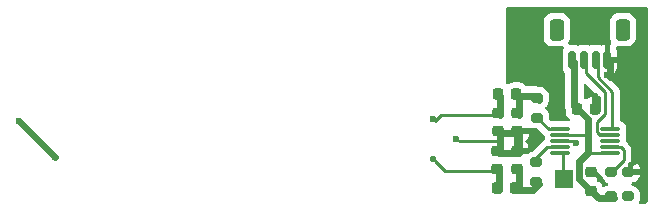
<source format=gbr>
%TF.GenerationSoftware,KiCad,Pcbnew,8.0.8*%
%TF.CreationDate,2025-04-16T18:52:08+01:00*%
%TF.ProjectId,Front_panel_Tx,46726f6e-745f-4706-916e-656c5f54782e,rev?*%
%TF.SameCoordinates,Original*%
%TF.FileFunction,Copper,L1,Top*%
%TF.FilePolarity,Positive*%
%FSLAX46Y46*%
G04 Gerber Fmt 4.6, Leading zero omitted, Abs format (unit mm)*
G04 Created by KiCad (PCBNEW 8.0.8) date 2025-04-16 18:52:08*
%MOMM*%
%LPD*%
G01*
G04 APERTURE LIST*
G04 Aperture macros list*
%AMRoundRect*
0 Rectangle with rounded corners*
0 $1 Rounding radius*
0 $2 $3 $4 $5 $6 $7 $8 $9 X,Y pos of 4 corners*
0 Add a 4 corners polygon primitive as box body*
4,1,4,$2,$3,$4,$5,$6,$7,$8,$9,$2,$3,0*
0 Add four circle primitives for the rounded corners*
1,1,$1+$1,$2,$3*
1,1,$1+$1,$4,$5*
1,1,$1+$1,$6,$7*
1,1,$1+$1,$8,$9*
0 Add four rect primitives between the rounded corners*
20,1,$1+$1,$2,$3,$4,$5,0*
20,1,$1+$1,$4,$5,$6,$7,0*
20,1,$1+$1,$6,$7,$8,$9,0*
20,1,$1+$1,$8,$9,$2,$3,0*%
%AMFreePoly0*
4,1,19,0.150000,0.259808,0.229813,0.192836,0.281908,0.102606,0.300000,0.000000,0.281908,-0.102606,0.229813,-0.192836,0.150000,-0.259808,0.052094,-0.295442,-0.052094,-0.295442,-0.150000,-0.259808,-0.229813,-0.192836,-0.281908,-0.102606,-0.300000,0.000000,-0.281908,0.102606,-0.229813,0.192836,-0.150000,0.259808,-0.052094,0.295442,0.052094,0.295442,0.150000,0.259808,0.150000,0.259808,
$1*%
G04 Aperture macros list end*
%TA.AperFunction,EtchedComponent*%
%ADD10C,0.600000*%
%TD*%
%TA.AperFunction,SMDPad,CuDef*%
%ADD11RoundRect,0.225000X-0.225000X-0.250000X0.225000X-0.250000X0.225000X0.250000X-0.225000X0.250000X0*%
%TD*%
%TA.AperFunction,SMDPad,CuDef*%
%ADD12RoundRect,0.087500X0.725000X0.087500X-0.725000X0.087500X-0.725000X-0.087500X0.725000X-0.087500X0*%
%TD*%
%TA.AperFunction,SMDPad,CuDef*%
%ADD13RoundRect,0.225000X0.250000X-0.225000X0.250000X0.225000X-0.250000X0.225000X-0.250000X-0.225000X0*%
%TD*%
%TA.AperFunction,SMDPad,CuDef*%
%ADD14RoundRect,0.225000X-0.250000X0.225000X-0.250000X-0.225000X0.250000X-0.225000X0.250000X0.225000X0*%
%TD*%
%TA.AperFunction,SMDPad,CuDef*%
%ADD15RoundRect,0.200000X0.300000X0.200000X-0.300000X0.200000X-0.300000X-0.200000X0.300000X-0.200000X0*%
%TD*%
%TA.AperFunction,SMDPad,CuDef*%
%ADD16RoundRect,0.250000X-0.350000X-0.650000X0.350000X-0.650000X0.350000X0.650000X-0.350000X0.650000X0*%
%TD*%
%TA.AperFunction,SMDPad,CuDef*%
%ADD17RoundRect,0.150000X-0.150000X-0.625000X0.150000X-0.625000X0.150000X0.625000X-0.150000X0.625000X0*%
%TD*%
%TA.AperFunction,SMDPad,CuDef*%
%ADD18RoundRect,0.218750X0.218750X0.256250X-0.218750X0.256250X-0.218750X-0.256250X0.218750X-0.256250X0*%
%TD*%
%TA.AperFunction,SMDPad,CuDef*%
%ADD19RoundRect,0.200000X0.275000X-0.200000X0.275000X0.200000X-0.275000X0.200000X-0.275000X-0.200000X0*%
%TD*%
%TA.AperFunction,SMDPad,CuDef*%
%ADD20RoundRect,0.200000X-0.275000X0.200000X-0.275000X-0.200000X0.275000X-0.200000X0.275000X0.200000X0*%
%TD*%
%TA.AperFunction,SMDPad,CuDef*%
%ADD21R,1.500000X1.500000*%
%TD*%
%TA.AperFunction,ComponentPad*%
%ADD22C,0.600000*%
%TD*%
%TA.AperFunction,ComponentPad*%
%ADD23FreePoly0,270.000000*%
%TD*%
%TA.AperFunction,ViaPad*%
%ADD24C,0.600000*%
%TD*%
%TA.AperFunction,Conductor*%
%ADD25C,0.600000*%
%TD*%
%TA.AperFunction,Conductor*%
%ADD26C,0.250000*%
%TD*%
%TA.AperFunction,Conductor*%
%ADD27C,0.400000*%
%TD*%
G04 APERTURE END LIST*
D10*
%TO.C,ANT1*%
X104089600Y-68375600D02*
X107089600Y-71375600D01*
%TD*%
D11*
%TO.P,C2,2*%
%TO.N,GND*%
X152845000Y-67300000D03*
%TO.P,C2,1*%
%TO.N,+3.3V*%
X151295000Y-67300000D03*
%TD*%
D12*
%TO.P,Y1,10,CLK0*%
%TO.N,Net-(J2-Pin_1)*%
X149890000Y-71030000D03*
%TO.P,Y1,9,CLK1*%
%TO.N,Net-(Y1-CLK1)*%
X149890000Y-70530000D03*
%TO.P,Y1,8,GND*%
%TO.N,GND*%
X149890000Y-70030000D03*
%TO.P,Y1,7,VDDO*%
%TO.N,+3.3V*%
X149890000Y-69530000D03*
%TO.P,Y1,6,CLK2*%
%TO.N,Net-(Y1-CLK2)*%
X149890000Y-69030000D03*
%TO.P,Y1,5,SDA*%
%TO.N,Net-(J1-Pin_3)*%
X154115000Y-69030000D03*
%TO.P,Y1,4,SCL*%
%TO.N,Net-(J1-Pin_2)*%
X154115000Y-69530000D03*
%TO.P,Y1,3,XB*%
%TO.N,unconnected-(Y1-XB-Pad3)*%
X154115000Y-70030000D03*
%TO.P,Y1,2,XA*%
%TO.N,Net-(Y1-XA)*%
X154115000Y-70530000D03*
%TO.P,Y1,1,VDD*%
%TO.N,+3.3V*%
X154115000Y-71030000D03*
%TD*%
D13*
%TO.P,C1,2*%
%TO.N,GND*%
X152480000Y-72695000D03*
%TO.P,C1,1*%
%TO.N,+3.3V*%
X152480000Y-74245000D03*
%TD*%
D14*
%TO.P,C3,2*%
%TO.N,GND*%
X144570000Y-69215000D03*
%TO.P,C3,1*%
%TO.N,Net-(ANT1-L1)*%
X144570000Y-67665000D03*
%TD*%
D15*
%TO.P,Y2,4,Vcc*%
%TO.N,+3.3V*%
X154210000Y-74740000D03*
%TO.P,Y2,3,OUT*%
%TO.N,Net-(Y1-XA)*%
X154210000Y-72640000D03*
%TO.P,Y2,2,GND*%
%TO.N,GND*%
X155610000Y-72640000D03*
%TO.P,Y2,1,NC*%
%TO.N,unconnected-(Y2-NC-Pad1)*%
X155610000Y-74740000D03*
%TD*%
D16*
%TO.P,J1,MP*%
%TO.N,N/C*%
X155180000Y-60630000D03*
X149580000Y-60630000D03*
D17*
%TO.P,J1,4,Pin_4*%
%TO.N,GND*%
X153880000Y-63155000D03*
%TO.P,J1,3,Pin_3*%
%TO.N,Net-(J1-Pin_3)*%
X152880000Y-63155000D03*
%TO.P,J1,2,Pin_2*%
%TO.N,Net-(J1-Pin_2)*%
X151880000Y-63155000D03*
%TO.P,J1,1,Pin_1*%
%TO.N,+3.3V*%
X150880000Y-63155000D03*
%TD*%
D18*
%TO.P,L1,2,2*%
%TO.N,Net-(ANT1-L1)*%
X144592500Y-66060000D03*
%TO.P,L1,1,1*%
%TO.N,Net-(C5-Pad1)*%
X146167500Y-66060000D03*
%TD*%
D19*
%TO.P,R2,2*%
%TO.N,Net-(Y1-CLK1)*%
X147870000Y-71860000D03*
%TO.P,R2,1*%
%TO.N,Net-(C6-Pad2)*%
X147870000Y-73510000D03*
%TD*%
D18*
%TO.P,L2,2,2*%
%TO.N,Net-(ANT1-L2)*%
X144502500Y-74030000D03*
%TO.P,L2,1,1*%
%TO.N,Net-(C6-Pad2)*%
X146077500Y-74030000D03*
%TD*%
D14*
%TO.P,C4,2*%
%TO.N,Net-(ANT1-L2)*%
X144510000Y-72415000D03*
%TO.P,C4,1*%
%TO.N,GND*%
X144510000Y-70865000D03*
%TD*%
%TO.P,C6,2*%
%TO.N,Net-(C6-Pad2)*%
X146210000Y-72445000D03*
%TO.P,C6,1*%
%TO.N,GND*%
X146210000Y-70895000D03*
%TD*%
%TO.P,C5,2*%
%TO.N,GND*%
X146230000Y-69215000D03*
%TO.P,C5,1*%
%TO.N,Net-(C5-Pad1)*%
X146230000Y-67665000D03*
%TD*%
D20*
%TO.P,R1,2*%
%TO.N,Net-(Y1-CLK2)*%
X147920000Y-68055000D03*
%TO.P,R1,1*%
%TO.N,Net-(C5-Pad1)*%
X147920000Y-66405000D03*
%TD*%
D21*
%TO.P,J2,1,Pin_1*%
%TO.N,Net-(J2-Pin_1)*%
X150160000Y-73300000D03*
%TD*%
D22*
%TO.P,ANT1,3,M*%
%TO.N,GND*%
X141089600Y-69875600D03*
D23*
%TO.P,ANT1,2,L2*%
%TO.N,Net-(ANT1-L2)*%
X139091600Y-71602800D03*
D22*
%TO.P,ANT1,1,L1*%
%TO.N,Net-(ANT1-L1)*%
X107089600Y-71375600D03*
X104089600Y-68375600D03*
X139091600Y-68199200D03*
%TD*%
D24*
%TO.N,GND*%
X156090000Y-71800000D03*
X152850000Y-66260000D03*
X153250000Y-73240000D03*
X151210000Y-70205000D03*
X146230000Y-70050000D03*
X153880000Y-64490000D03*
%TD*%
D25*
%TO.N,+3.3V*%
X151505000Y-71765000D02*
X152200000Y-71070000D01*
X151505000Y-73270000D02*
X151505000Y-71765000D01*
X152480000Y-74245000D02*
X151505000Y-73270000D01*
D26*
X152240000Y-71030000D02*
X152200000Y-71070000D01*
X154115000Y-71030000D02*
X152240000Y-71030000D01*
%TO.N,GND*%
X151035000Y-70030000D02*
X151210000Y-70205000D01*
X149890000Y-70030000D02*
X151035000Y-70030000D01*
%TO.N,Net-(Y1-CLK1)*%
X147870000Y-71460000D02*
X147870000Y-71860000D01*
X148800000Y-70530000D02*
X147870000Y-71460000D01*
X149890000Y-70530000D02*
X148800000Y-70530000D01*
%TO.N,Net-(Y1-CLK2)*%
X148895000Y-69030000D02*
X147920000Y-68055000D01*
X149890000Y-69030000D02*
X148895000Y-69030000D01*
%TO.N,Net-(J1-Pin_3)*%
X154305000Y-68840000D02*
X154305000Y-65895000D01*
X154115000Y-69030000D02*
X154305000Y-68840000D01*
%TO.N,Net-(J1-Pin_2)*%
X153665000Y-67738604D02*
X153665000Y-65891396D01*
X153216712Y-69530000D02*
X152977500Y-69290788D01*
X153665000Y-65891396D02*
X152070000Y-64296396D01*
X154115000Y-69530000D02*
X153216712Y-69530000D01*
X152070000Y-64296396D02*
X152070000Y-63315000D01*
X152977500Y-69290788D02*
X152977500Y-68426104D01*
X152977500Y-68426104D02*
X153665000Y-67738604D01*
%TO.N,+3.3V*%
X152030000Y-69530000D02*
X152200000Y-69700000D01*
X149890000Y-69530000D02*
X152030000Y-69530000D01*
%TO.N,Net-(Y1-XA)*%
X154400000Y-72518004D02*
X154400000Y-72800000D01*
X155252500Y-71665504D02*
X154400000Y-72518004D01*
X155252500Y-70769212D02*
X155252500Y-71665504D01*
X155013288Y-70530000D02*
X155252500Y-70769212D01*
X154115000Y-70530000D02*
X155013288Y-70530000D01*
D27*
%TO.N,GND*%
X153040000Y-67455000D02*
X153035000Y-67460000D01*
X153040000Y-66420000D02*
X153040000Y-67455000D01*
X155800000Y-72010000D02*
X155850000Y-71960000D01*
X155800000Y-72800000D02*
X155800000Y-72010000D01*
X155800000Y-72080000D02*
X155800000Y-72800000D01*
X152895000Y-72855000D02*
X153440000Y-73400000D01*
X152670000Y-72855000D02*
X152895000Y-72855000D01*
D25*
%TO.N,+3.3V*%
X153165000Y-74900000D02*
X154400000Y-74900000D01*
X152670000Y-74405000D02*
X153165000Y-74900000D01*
D26*
%TO.N,Net-(J1-Pin_3)*%
X153070000Y-64660000D02*
X154305000Y-65895000D01*
X153070000Y-63315000D02*
X153070000Y-64660000D01*
D25*
%TO.N,+3.3V*%
X152200000Y-69700000D02*
X152200000Y-71070000D01*
X152200000Y-68175000D02*
X152200000Y-69700000D01*
X151485000Y-67460000D02*
X152200000Y-68175000D01*
X151070000Y-67045000D02*
X151485000Y-67460000D01*
X151070000Y-63315000D02*
X151070000Y-67045000D01*
%TO.N,GND*%
X146420000Y-70210000D02*
X146420000Y-71035000D01*
X154070000Y-63315000D02*
X154070000Y-64650000D01*
X154070000Y-64660000D02*
X154070000Y-63315000D01*
X144760000Y-69375000D02*
X146420000Y-69375000D01*
D26*
X141279600Y-70035600D02*
X144725600Y-70035600D01*
D25*
X146420000Y-71035000D02*
X146400000Y-71055000D01*
X144760000Y-69375000D02*
X144760000Y-70070000D01*
X144700000Y-71025000D02*
X146370000Y-71025000D01*
X146420000Y-69375000D02*
X146420000Y-70030000D01*
X146420000Y-70030000D02*
X146420000Y-70210000D01*
X146370000Y-71025000D02*
X146400000Y-71055000D01*
D26*
X144725600Y-70035600D02*
X144760000Y-70070000D01*
D25*
X144760000Y-70965000D02*
X144700000Y-71025000D01*
X144760000Y-70070000D02*
X144760000Y-70965000D01*
%TO.N,Net-(C5-Pad1)*%
X147765000Y-66220000D02*
X148110000Y-66565000D01*
X146357500Y-67762500D02*
X146420000Y-67825000D01*
X146357500Y-66220000D02*
X146357500Y-67762500D01*
X146357500Y-66220000D02*
X147765000Y-66220000D01*
%TO.N,Net-(C6-Pad2)*%
X146400000Y-72605000D02*
X146400000Y-74057500D01*
X147540000Y-74190000D02*
X148060000Y-73670000D01*
X146267500Y-74190000D02*
X147540000Y-74190000D01*
X146400000Y-74057500D02*
X146267500Y-74190000D01*
D26*
%TO.N,Net-(J2-Pin_1)*%
X150080000Y-71190000D02*
X150080000Y-73310000D01*
X150080000Y-73310000D02*
X150290000Y-73520000D01*
%TO.N,Net-(Y1-CLK1)*%
X148060000Y-71811712D02*
X148060000Y-72020000D01*
D25*
%TO.N,Net-(ANT1-L1)*%
X144782500Y-67802500D02*
X144760000Y-67825000D01*
X144782500Y-66220000D02*
X144782500Y-67802500D01*
D26*
X139281600Y-68359200D02*
X139820000Y-67820800D01*
X139820000Y-67820800D02*
X139824200Y-67825000D01*
X139824200Y-67825000D02*
X144760000Y-67825000D01*
%TO.N,Net-(ANT1-L2)*%
X139281600Y-71762800D02*
X140093800Y-72575000D01*
D25*
X144700000Y-72575000D02*
X144700000Y-74182500D01*
X144700000Y-74182500D02*
X144692500Y-74190000D01*
D26*
X140093800Y-72575000D02*
X144700000Y-72575000D01*
%TD*%
%TA.AperFunction,Conductor*%
%TO.N,GND*%
G36*
X157253039Y-58699685D02*
G01*
X157298794Y-58752489D01*
X157310000Y-58804000D01*
X157310000Y-75058638D01*
X157290315Y-75125677D01*
X157273681Y-75146319D01*
X157036319Y-75383681D01*
X156974996Y-75417166D01*
X156948638Y-75420000D01*
X156658238Y-75420000D01*
X156591199Y-75400315D01*
X156545444Y-75347511D01*
X156535500Y-75278353D01*
X156550467Y-75236475D01*
X156550400Y-75236445D01*
X156550782Y-75235595D01*
X156552121Y-75231850D01*
X156553478Y-75229606D01*
X156604086Y-75067196D01*
X156610500Y-74996616D01*
X156610500Y-74483384D01*
X156604086Y-74412804D01*
X156553478Y-74250394D01*
X156465472Y-74104815D01*
X156465470Y-74104813D01*
X156465469Y-74104811D01*
X156345188Y-73984530D01*
X156199606Y-73896522D01*
X156037196Y-73845914D01*
X156030508Y-73845306D01*
X156022772Y-73844603D01*
X155957790Y-73818929D01*
X155917005Y-73762198D01*
X155910000Y-73721112D01*
X155910000Y-73658384D01*
X155929685Y-73591345D01*
X155982489Y-73545590D01*
X156022781Y-73534893D01*
X156037102Y-73533591D01*
X156037107Y-73533590D01*
X156199396Y-73483018D01*
X156344877Y-73395072D01*
X156465072Y-73274877D01*
X156553019Y-73129395D01*
X156603590Y-72967106D01*
X156610000Y-72896572D01*
X156610000Y-72890000D01*
X155734000Y-72890000D01*
X155666961Y-72870315D01*
X155621206Y-72817511D01*
X155610000Y-72766000D01*
X155610000Y-72514000D01*
X155629685Y-72446961D01*
X155682489Y-72401206D01*
X155734000Y-72390000D01*
X156609999Y-72390000D01*
X156609999Y-72383417D01*
X156603591Y-72312897D01*
X156603590Y-72312892D01*
X156553018Y-72150603D01*
X156465072Y-72005122D01*
X156344877Y-71884927D01*
X156199395Y-71796980D01*
X156199396Y-71796980D01*
X156037105Y-71746409D01*
X156037107Y-71746409D01*
X155990777Y-71742199D01*
X155925794Y-71716528D01*
X155885006Y-71659799D01*
X155878000Y-71618708D01*
X155878000Y-70707606D01*
X155874661Y-70690823D01*
X155874660Y-70690816D01*
X155862816Y-70631265D01*
X155862816Y-70631264D01*
X155853964Y-70586765D01*
X155853963Y-70586764D01*
X155853963Y-70586760D01*
X155818233Y-70500500D01*
X155806812Y-70472927D01*
X155777151Y-70428537D01*
X155738358Y-70370479D01*
X155738356Y-70370476D01*
X155648137Y-70280257D01*
X155648106Y-70280228D01*
X155503486Y-70135608D01*
X155503466Y-70135586D01*
X155464319Y-70096439D01*
X155430834Y-70035116D01*
X155428000Y-70008758D01*
X155428000Y-69903966D01*
X155427999Y-69903954D01*
X155413810Y-69796178D01*
X155413810Y-69763821D01*
X155428000Y-69656040D01*
X155428000Y-69403960D01*
X155413810Y-69296178D01*
X155413810Y-69263821D01*
X155428000Y-69156040D01*
X155428000Y-68903960D01*
X155412865Y-68789001D01*
X155353617Y-68645963D01*
X155259367Y-68523133D01*
X155136537Y-68428883D01*
X155136536Y-68428882D01*
X155136537Y-68428882D01*
X155007048Y-68375247D01*
X154952644Y-68331406D01*
X154930579Y-68265112D01*
X154930500Y-68260686D01*
X154930500Y-65833393D01*
X154930499Y-65833389D01*
X154906464Y-65712555D01*
X154906463Y-65712548D01*
X154880359Y-65649528D01*
X154859312Y-65598715D01*
X154834460Y-65561522D01*
X154790858Y-65496267D01*
X154790856Y-65496264D01*
X154700637Y-65406045D01*
X154700606Y-65406016D01*
X153936271Y-64641681D01*
X153902786Y-64580358D01*
X153907770Y-64510666D01*
X153949642Y-64454733D01*
X154015106Y-64430316D01*
X154023952Y-64430000D01*
X154095634Y-64430000D01*
X154095649Y-64429999D01*
X154132489Y-64427100D01*
X154132495Y-64427099D01*
X154290193Y-64381283D01*
X154290196Y-64381282D01*
X154431552Y-64297685D01*
X154431561Y-64297678D01*
X154547678Y-64181561D01*
X154547685Y-64181552D01*
X154631282Y-64040196D01*
X154631283Y-64040193D01*
X154677099Y-63882495D01*
X154677100Y-63882489D01*
X154679999Y-63845649D01*
X154680000Y-63845634D01*
X154680000Y-63405000D01*
X154004000Y-63405000D01*
X153936961Y-63385315D01*
X153891206Y-63332511D01*
X153880000Y-63281000D01*
X153880000Y-63155000D01*
X153804500Y-63155000D01*
X153737461Y-63135315D01*
X153691706Y-63082511D01*
X153680500Y-63031000D01*
X153680500Y-62464313D01*
X153680499Y-62464298D01*
X153677598Y-62427432D01*
X153677597Y-62427426D01*
X153634924Y-62280545D01*
X153630000Y-62245950D01*
X153630000Y-61882703D01*
X153627504Y-61882900D01*
X153469806Y-61928716D01*
X153469798Y-61928719D01*
X153443608Y-61944208D01*
X153375884Y-61961388D01*
X153317371Y-61944207D01*
X153290398Y-61928256D01*
X153290393Y-61928254D01*
X153132573Y-61882402D01*
X153132567Y-61882401D01*
X153095701Y-61879500D01*
X153095694Y-61879500D01*
X152664306Y-61879500D01*
X152664298Y-61879500D01*
X152627432Y-61882401D01*
X152627426Y-61882402D01*
X152469606Y-61928253D01*
X152443119Y-61943918D01*
X152375394Y-61961098D01*
X152316881Y-61943918D01*
X152290393Y-61928253D01*
X152132573Y-61882402D01*
X152132567Y-61882401D01*
X152095701Y-61879500D01*
X152095694Y-61879500D01*
X151664306Y-61879500D01*
X151664298Y-61879500D01*
X151627432Y-61882401D01*
X151627426Y-61882402D01*
X151469606Y-61928253D01*
X151443119Y-61943918D01*
X151375394Y-61961098D01*
X151316881Y-61943918D01*
X151290393Y-61928253D01*
X151132573Y-61882402D01*
X151132567Y-61882401D01*
X151095701Y-61879500D01*
X151095694Y-61879500D01*
X150664306Y-61879500D01*
X150664181Y-61879500D01*
X150597142Y-61859815D01*
X150551387Y-61807011D01*
X150541443Y-61737853D01*
X150558641Y-61690405D01*
X150614814Y-61599334D01*
X150669999Y-61432797D01*
X150680500Y-61330009D01*
X150680499Y-59929992D01*
X150680498Y-59929983D01*
X154079500Y-59929983D01*
X154079500Y-61330001D01*
X154079501Y-61330018D01*
X154090000Y-61432796D01*
X154090001Y-61432799D01*
X154145185Y-61599331D01*
X154145186Y-61599334D01*
X154201431Y-61690523D01*
X154219871Y-61757914D01*
X154198948Y-61824577D01*
X154145306Y-61869347D01*
X154144266Y-61869520D01*
X154130000Y-61882703D01*
X154130000Y-62905000D01*
X154680000Y-62905000D01*
X154680000Y-62464365D01*
X154679999Y-62464350D01*
X154677100Y-62427510D01*
X154677099Y-62427504D01*
X154631284Y-62269806D01*
X154596144Y-62210389D01*
X154578961Y-62142665D01*
X154601121Y-62076402D01*
X154655586Y-62032639D01*
X154715477Y-62023909D01*
X154779991Y-62030500D01*
X155580008Y-62030499D01*
X155580016Y-62030498D01*
X155580019Y-62030498D01*
X155644520Y-62023909D01*
X155682797Y-62019999D01*
X155849334Y-61964814D01*
X155998656Y-61872712D01*
X156122712Y-61748656D01*
X156214814Y-61599334D01*
X156269999Y-61432797D01*
X156280500Y-61330009D01*
X156280499Y-59929992D01*
X156269999Y-59827203D01*
X156214814Y-59660666D01*
X156122712Y-59511344D01*
X155998656Y-59387288D01*
X155849334Y-59295186D01*
X155682797Y-59240001D01*
X155682795Y-59240000D01*
X155580010Y-59229500D01*
X154779998Y-59229500D01*
X154779980Y-59229501D01*
X154677203Y-59240000D01*
X154677200Y-59240001D01*
X154510668Y-59295185D01*
X154510663Y-59295187D01*
X154361342Y-59387289D01*
X154237289Y-59511342D01*
X154145187Y-59660663D01*
X154145186Y-59660666D01*
X154090001Y-59827203D01*
X154090001Y-59827204D01*
X154090000Y-59827204D01*
X154079500Y-59929983D01*
X150680498Y-59929983D01*
X150669999Y-59827203D01*
X150614814Y-59660666D01*
X150522712Y-59511344D01*
X150398656Y-59387288D01*
X150249334Y-59295186D01*
X150082797Y-59240001D01*
X150082795Y-59240000D01*
X149980010Y-59229500D01*
X149179998Y-59229500D01*
X149179980Y-59229501D01*
X149077203Y-59240000D01*
X149077200Y-59240001D01*
X148910668Y-59295185D01*
X148910663Y-59295187D01*
X148761342Y-59387289D01*
X148637289Y-59511342D01*
X148545187Y-59660663D01*
X148545186Y-59660666D01*
X148490001Y-59827203D01*
X148490001Y-59827204D01*
X148490000Y-59827204D01*
X148479500Y-59929983D01*
X148479500Y-61330001D01*
X148479501Y-61330018D01*
X148490000Y-61432796D01*
X148490001Y-61432799D01*
X148545185Y-61599331D01*
X148545186Y-61599334D01*
X148637288Y-61748656D01*
X148761344Y-61872712D01*
X148910666Y-61964814D01*
X149077203Y-62019999D01*
X149179991Y-62030500D01*
X149980008Y-62030499D01*
X150043906Y-62023971D01*
X150112595Y-62036740D01*
X150163480Y-62084620D01*
X150180401Y-62152410D01*
X150163238Y-62210448D01*
X150128256Y-62269601D01*
X150128254Y-62269606D01*
X150082402Y-62427426D01*
X150082401Y-62427432D01*
X150079500Y-62464298D01*
X150079500Y-63845701D01*
X150082401Y-63882567D01*
X150082402Y-63882573D01*
X150128254Y-64040393D01*
X150128255Y-64040396D01*
X150128256Y-64040398D01*
X150211919Y-64181865D01*
X150233181Y-64203127D01*
X150266666Y-64264448D01*
X150269500Y-64290808D01*
X150269500Y-67123846D01*
X150300260Y-67278488D01*
X150300263Y-67278498D01*
X150335061Y-67362508D01*
X150344500Y-67409959D01*
X150344500Y-67598336D01*
X150344501Y-67598355D01*
X150354650Y-67697707D01*
X150354651Y-67697710D01*
X150407996Y-67858694D01*
X150408001Y-67858705D01*
X150497029Y-68003040D01*
X150497032Y-68003044D01*
X150616956Y-68122968D01*
X150620189Y-68124962D01*
X150621940Y-68126909D01*
X150622623Y-68127449D01*
X150622530Y-68127565D01*
X150666912Y-68176909D01*
X150678135Y-68245872D01*
X150650291Y-68309954D01*
X150592223Y-68348810D01*
X150555091Y-68354500D01*
X149155452Y-68354500D01*
X149088413Y-68334815D01*
X149067771Y-68318181D01*
X148931819Y-68182229D01*
X148898334Y-68120906D01*
X148895500Y-68094548D01*
X148895500Y-67798386D01*
X148889086Y-67727807D01*
X148889086Y-67727804D01*
X148838478Y-67565394D01*
X148750472Y-67419815D01*
X148750470Y-67419813D01*
X148750469Y-67419811D01*
X148656549Y-67325891D01*
X148623064Y-67264568D01*
X148628048Y-67194876D01*
X148656547Y-67150530D01*
X148731789Y-67075289D01*
X148819394Y-66944179D01*
X148879738Y-66798497D01*
X148910500Y-66643843D01*
X148910500Y-66486158D01*
X148897882Y-66422720D01*
X148895500Y-66398530D01*
X148895500Y-66148386D01*
X148895500Y-66148384D01*
X148889086Y-66077804D01*
X148838478Y-65915394D01*
X148750472Y-65769815D01*
X148750470Y-65769813D01*
X148750469Y-65769811D01*
X148630188Y-65649530D01*
X148484606Y-65561522D01*
X148484600Y-65561520D01*
X148322196Y-65510914D01*
X148322194Y-65510913D01*
X148322192Y-65510913D01*
X148272778Y-65506423D01*
X148251616Y-65504500D01*
X148251613Y-65504500D01*
X148154102Y-65504500D01*
X148106650Y-65495061D01*
X147998498Y-65450263D01*
X147998488Y-65450260D01*
X147843845Y-65419500D01*
X147843842Y-65419500D01*
X147063513Y-65419500D01*
X146996474Y-65399815D01*
X146957975Y-65360597D01*
X146954283Y-65354612D01*
X146954280Y-65354608D01*
X146835391Y-65235719D01*
X146835387Y-65235716D01*
X146692295Y-65147455D01*
X146692289Y-65147452D01*
X146692287Y-65147451D01*
X146532685Y-65094564D01*
X146532683Y-65094563D01*
X146434181Y-65084500D01*
X146434174Y-65084500D01*
X145900826Y-65084500D01*
X145900818Y-65084500D01*
X145802316Y-65094563D01*
X145802315Y-65094564D01*
X145723219Y-65120773D01*
X145642715Y-65147450D01*
X145642710Y-65147452D01*
X145568596Y-65193167D01*
X145513121Y-65227385D01*
X145509097Y-65229867D01*
X145441705Y-65248307D01*
X145375041Y-65227385D01*
X145330271Y-65173743D01*
X145320000Y-65124328D01*
X145320000Y-58804000D01*
X145339685Y-58736961D01*
X145392489Y-58691206D01*
X145444000Y-58680000D01*
X157186000Y-58680000D01*
X157253039Y-58699685D01*
G37*
%TD.AperFunction*%
%TA.AperFunction,Conductor*%
G36*
X153471108Y-73393230D02*
G01*
X153474812Y-73395469D01*
X153474815Y-73395472D01*
X153620394Y-73483478D01*
X153782804Y-73534086D01*
X153797222Y-73535396D01*
X153862205Y-73561067D01*
X153902993Y-73617795D01*
X153910000Y-73658887D01*
X153910000Y-73721112D01*
X153890315Y-73788151D01*
X153837511Y-73833906D01*
X153797228Y-73844603D01*
X153787156Y-73845518D01*
X153782804Y-73845914D01*
X153698152Y-73872292D01*
X153620390Y-73896523D01*
X153614226Y-73900250D01*
X153546670Y-73918084D01*
X153480197Y-73896564D01*
X153435912Y-73842521D01*
X153432374Y-73833135D01*
X153417468Y-73788151D01*
X153392003Y-73711303D01*
X153302968Y-73566956D01*
X153301418Y-73564443D01*
X153282978Y-73497051D01*
X153303900Y-73430387D01*
X153357542Y-73385617D01*
X153426873Y-73376956D01*
X153471108Y-73393230D01*
G37*
%TD.AperFunction*%
%TA.AperFunction,Conductor*%
G36*
X147363008Y-68900850D02*
G01*
X147517804Y-68949086D01*
X147588384Y-68955500D01*
X147884548Y-68955500D01*
X147951587Y-68975185D01*
X147972229Y-68991819D01*
X148406016Y-69425606D01*
X148406045Y-69425637D01*
X148496263Y-69515855D01*
X148496268Y-69515859D01*
X148521889Y-69532978D01*
X148566695Y-69586589D01*
X148577000Y-69636081D01*
X148577000Y-69656033D01*
X148577001Y-69656049D01*
X148591440Y-69765723D01*
X148591440Y-69798092D01*
X148581116Y-69876517D01*
X148552850Y-69940414D01*
X148508921Y-69972492D01*
X148509093Y-69972813D01*
X148506815Y-69974030D01*
X148505637Y-69974891D01*
X148503720Y-69975684D01*
X148503717Y-69975686D01*
X148401266Y-70044141D01*
X148401263Y-70044144D01*
X147506399Y-70939009D01*
X147455608Y-70969713D01*
X147305397Y-71016520D01*
X147159811Y-71104530D01*
X147159810Y-71104531D01*
X147155661Y-71108681D01*
X147094338Y-71142166D01*
X147067980Y-71145000D01*
X146334000Y-71145000D01*
X146266961Y-71125315D01*
X146221206Y-71072511D01*
X146210000Y-71021000D01*
X146210000Y-70895000D01*
X146084000Y-70895000D01*
X146016961Y-70875315D01*
X145971206Y-70822511D01*
X145960000Y-70771000D01*
X145960000Y-70291067D01*
X146460000Y-70291067D01*
X146460000Y-70645000D01*
X147184999Y-70645000D01*
X147184999Y-70621692D01*
X147184998Y-70621677D01*
X147174855Y-70522392D01*
X147121547Y-70361518D01*
X147121542Y-70361507D01*
X147032575Y-70217271D01*
X147032572Y-70217267D01*
X146967986Y-70152681D01*
X146934501Y-70091358D01*
X146939485Y-70021666D01*
X146967986Y-69977319D01*
X147052572Y-69892732D01*
X147052575Y-69892728D01*
X147141542Y-69748492D01*
X147141547Y-69748481D01*
X147194855Y-69587606D01*
X147204999Y-69488322D01*
X147205000Y-69488309D01*
X147205000Y-69465000D01*
X146480000Y-69465000D01*
X146480000Y-70223638D01*
X146460315Y-70290677D01*
X146460000Y-70291067D01*
X145960000Y-70291067D01*
X145960000Y-69886362D01*
X145979685Y-69819323D01*
X145980000Y-69818932D01*
X145980000Y-69339000D01*
X145999685Y-69271961D01*
X146052489Y-69226206D01*
X146104000Y-69215000D01*
X146230000Y-69215000D01*
X146230000Y-69089000D01*
X146249685Y-69021961D01*
X146302489Y-68976206D01*
X146354000Y-68965000D01*
X147204997Y-68965000D01*
X147238441Y-68931556D01*
X147299764Y-68898071D01*
X147363008Y-68900850D01*
G37*
%TD.AperFunction*%
%TA.AperFunction,Conductor*%
G36*
X152075703Y-65187135D02*
G01*
X152082181Y-65193167D01*
X153003181Y-66114167D01*
X153036666Y-66175490D01*
X153039500Y-66201848D01*
X153039500Y-67176000D01*
X153019815Y-67243039D01*
X152967011Y-67288794D01*
X152915500Y-67300000D01*
X152719000Y-67300000D01*
X152651961Y-67280315D01*
X152606206Y-67227511D01*
X152595000Y-67176000D01*
X152595000Y-66324999D01*
X152571693Y-66325000D01*
X152571674Y-66325001D01*
X152472392Y-66335144D01*
X152311518Y-66388452D01*
X152311507Y-66388457D01*
X152167271Y-66477424D01*
X152167264Y-66477430D01*
X152158028Y-66486665D01*
X152096703Y-66520146D01*
X152027011Y-66515157D01*
X151982672Y-66486659D01*
X151973044Y-66477031D01*
X151929402Y-66450112D01*
X151882678Y-66398163D01*
X151870500Y-66344574D01*
X151870500Y-65280848D01*
X151890185Y-65213809D01*
X151942989Y-65168054D01*
X152012147Y-65158110D01*
X152075703Y-65187135D01*
G37*
%TD.AperFunction*%
%TD*%
M02*

</source>
